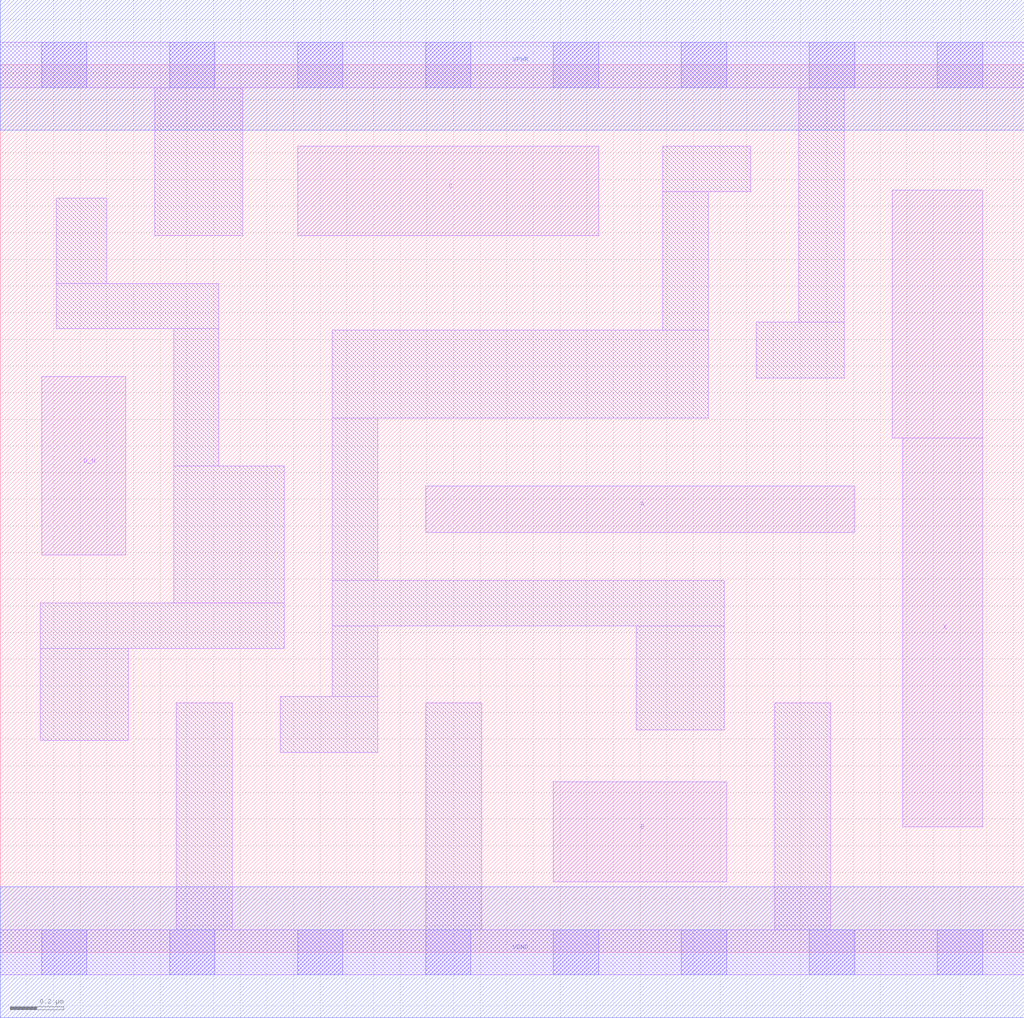
<source format=lef>
# Copyright 2020 The SkyWater PDK Authors
#
# Licensed under the Apache License, Version 2.0 (the "License");
# you may not use this file except in compliance with the License.
# You may obtain a copy of the License at
#
#     https://www.apache.org/licenses/LICENSE-2.0
#
# Unless required by applicable law or agreed to in writing, software
# distributed under the License is distributed on an "AS IS" BASIS,
# WITHOUT WARRANTIES OR CONDITIONS OF ANY KIND, either express or implied.
# See the License for the specific language governing permissions and
# limitations under the License.
#
# SPDX-License-Identifier: Apache-2.0

VERSION 5.7 ;
  NAMESCASESENSITIVE ON ;
  NOWIREEXTENSIONATPIN ON ;
  DIVIDERCHAR "/" ;
  BUSBITCHARS "[]" ;
UNITS
  DATABASE MICRONS 200 ;
END UNITS
MACRO sky130_fd_sc_lp__or4b_m
  CLASS CORE ;
  SOURCE USER ;
  FOREIGN sky130_fd_sc_lp__or4b_m ;
  ORIGIN  0.000000  0.000000 ;
  SIZE  3.840000 BY  3.330000 ;
  SYMMETRY X Y R90 ;
  SITE unit ;
  PIN A
    ANTENNAGATEAREA  0.126000 ;
    DIRECTION INPUT ;
    USE SIGNAL ;
    PORT
      LAYER li1 ;
        RECT 1.595000 1.575000 3.205000 1.750000 ;
    END
  END A
  PIN B
    ANTENNAGATEAREA  0.126000 ;
    DIRECTION INPUT ;
    USE SIGNAL ;
    PORT
      LAYER li1 ;
        RECT 2.075000 0.265000 2.725000 0.640000 ;
    END
  END B
  PIN C
    ANTENNAGATEAREA  0.126000 ;
    DIRECTION INPUT ;
    USE SIGNAL ;
    PORT
      LAYER li1 ;
        RECT 1.115000 2.690000 2.245000 3.025000 ;
    END
  END C
  PIN D_N
    ANTENNAGATEAREA  0.126000 ;
    DIRECTION INPUT ;
    USE SIGNAL ;
    PORT
      LAYER li1 ;
        RECT 0.155000 1.490000 0.470000 2.160000 ;
    END
  END D_N
  PIN X
    ANTENNADIFFAREA  0.222600 ;
    DIRECTION OUTPUT ;
    USE SIGNAL ;
    PORT
      LAYER li1 ;
        RECT 3.345000 1.930000 3.685000 2.860000 ;
        RECT 3.385000 0.470000 3.685000 1.930000 ;
    END
  END X
  PIN VGND
    DIRECTION INOUT ;
    USE GROUND ;
    PORT
      LAYER met1 ;
        RECT 0.000000 -0.245000 3.840000 0.245000 ;
    END
  END VGND
  PIN VPWR
    DIRECTION INOUT ;
    USE POWER ;
    PORT
      LAYER met1 ;
        RECT 0.000000 3.085000 3.840000 3.575000 ;
    END
  END VPWR
  OBS
    LAYER li1 ;
      RECT 0.000000 -0.085000 3.840000 0.085000 ;
      RECT 0.000000  3.245000 3.840000 3.415000 ;
      RECT 0.150000  0.795000 0.480000 1.140000 ;
      RECT 0.150000  1.140000 1.065000 1.310000 ;
      RECT 0.210000  2.340000 0.820000 2.510000 ;
      RECT 0.210000  2.510000 0.400000 2.830000 ;
      RECT 0.580000  2.690000 0.910000 3.245000 ;
      RECT 0.650000  1.310000 1.065000 1.825000 ;
      RECT 0.650000  1.825000 0.820000 2.340000 ;
      RECT 0.660000  0.085000 0.870000 0.935000 ;
      RECT 1.050000  0.750000 1.415000 0.960000 ;
      RECT 1.245000  0.960000 1.415000 1.225000 ;
      RECT 1.245000  1.225000 2.715000 1.395000 ;
      RECT 1.245000  1.395000 1.415000 2.005000 ;
      RECT 1.245000  2.005000 2.655000 2.335000 ;
      RECT 1.595000  0.085000 1.805000 0.935000 ;
      RECT 2.385000  0.835000 2.715000 1.225000 ;
      RECT 2.485000  2.335000 2.655000 2.855000 ;
      RECT 2.485000  2.855000 2.815000 3.025000 ;
      RECT 2.835000  2.155000 3.165000 2.365000 ;
      RECT 2.905000  0.085000 3.115000 0.935000 ;
      RECT 2.995000  2.365000 3.165000 3.245000 ;
    LAYER mcon ;
      RECT 0.155000 -0.085000 0.325000 0.085000 ;
      RECT 0.155000  3.245000 0.325000 3.415000 ;
      RECT 0.635000 -0.085000 0.805000 0.085000 ;
      RECT 0.635000  3.245000 0.805000 3.415000 ;
      RECT 1.115000 -0.085000 1.285000 0.085000 ;
      RECT 1.115000  3.245000 1.285000 3.415000 ;
      RECT 1.595000 -0.085000 1.765000 0.085000 ;
      RECT 1.595000  3.245000 1.765000 3.415000 ;
      RECT 2.075000 -0.085000 2.245000 0.085000 ;
      RECT 2.075000  3.245000 2.245000 3.415000 ;
      RECT 2.555000 -0.085000 2.725000 0.085000 ;
      RECT 2.555000  3.245000 2.725000 3.415000 ;
      RECT 3.035000 -0.085000 3.205000 0.085000 ;
      RECT 3.035000  3.245000 3.205000 3.415000 ;
      RECT 3.515000 -0.085000 3.685000 0.085000 ;
      RECT 3.515000  3.245000 3.685000 3.415000 ;
  END
END sky130_fd_sc_lp__or4b_m

</source>
